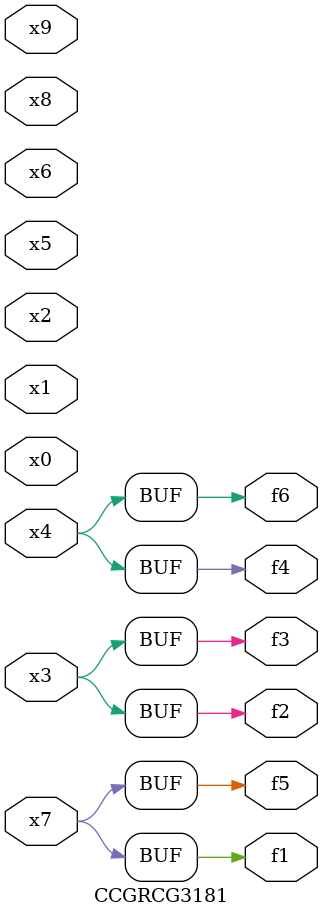
<source format=v>
module CCGRCG3181(
	input x0, x1, x2, x3, x4, x5, x6, x7, x8, x9,
	output f1, f2, f3, f4, f5, f6
);
	assign f1 = x7;
	assign f2 = x3;
	assign f3 = x3;
	assign f4 = x4;
	assign f5 = x7;
	assign f6 = x4;
endmodule

</source>
